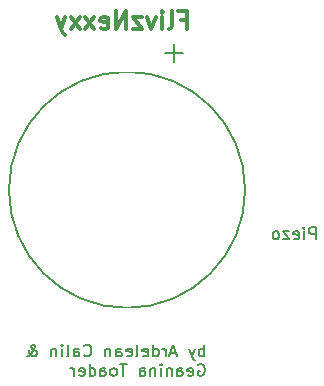
<source format=gbo>
G04 #@! TF.GenerationSoftware,KiCad,Pcbnew,5.1.10*
G04 #@! TF.CreationDate,2021-11-09T15:36:01+02:00*
G04 #@! TF.ProjectId,PlantBuddy,506c616e-7442-4756-9464-792e6b696361,rev?*
G04 #@! TF.SameCoordinates,Original*
G04 #@! TF.FileFunction,Legend,Bot*
G04 #@! TF.FilePolarity,Positive*
%FSLAX46Y46*%
G04 Gerber Fmt 4.6, Leading zero omitted, Abs format (unit mm)*
G04 Created by KiCad (PCBNEW 5.1.10) date 2021-11-09 15:36:01*
%MOMM*%
%LPD*%
G01*
G04 APERTURE LIST*
%ADD10C,0.150000*%
%ADD11C,0.300000*%
%ADD12C,0.200000*%
%ADD13O,2.100000X2.100000*%
%ADD14C,18.200000*%
G04 APERTURE END LIST*
D10*
X81652594Y-68541151D02*
X81652594Y-67541151D01*
X81271641Y-67541151D01*
X81176403Y-67588771D01*
X81128784Y-67636390D01*
X81081165Y-67731628D01*
X81081165Y-67874485D01*
X81128784Y-67969723D01*
X81176403Y-68017342D01*
X81271641Y-68064961D01*
X81652594Y-68064961D01*
X80652594Y-68541151D02*
X80652594Y-67874485D01*
X80652594Y-67541151D02*
X80700213Y-67588771D01*
X80652594Y-67636390D01*
X80604975Y-67588771D01*
X80652594Y-67541151D01*
X80652594Y-67636390D01*
X79795451Y-68493532D02*
X79890689Y-68541151D01*
X80081165Y-68541151D01*
X80176403Y-68493532D01*
X80224022Y-68398294D01*
X80224022Y-68017342D01*
X80176403Y-67922104D01*
X80081165Y-67874485D01*
X79890689Y-67874485D01*
X79795451Y-67922104D01*
X79747832Y-68017342D01*
X79747832Y-68112580D01*
X80224022Y-68207818D01*
X79414499Y-67874485D02*
X78890689Y-67874485D01*
X79414499Y-68541151D01*
X78890689Y-68541151D01*
X78366880Y-68541151D02*
X78462118Y-68493532D01*
X78509737Y-68445913D01*
X78557356Y-68350675D01*
X78557356Y-68064961D01*
X78509737Y-67969723D01*
X78462118Y-67922104D01*
X78366880Y-67874485D01*
X78224022Y-67874485D01*
X78128784Y-67922104D01*
X78081165Y-67969723D01*
X78033546Y-68064961D01*
X78033546Y-68350675D01*
X78081165Y-68445913D01*
X78128784Y-68493532D01*
X78224022Y-68541151D01*
X78366880Y-68541151D01*
X72241484Y-78460351D02*
X72241484Y-77460351D01*
X72241484Y-77841304D02*
X72146246Y-77793685D01*
X71955770Y-77793685D01*
X71860532Y-77841304D01*
X71812913Y-77888923D01*
X71765294Y-77984161D01*
X71765294Y-78269875D01*
X71812913Y-78365113D01*
X71860532Y-78412732D01*
X71955770Y-78460351D01*
X72146246Y-78460351D01*
X72241484Y-78412732D01*
X71431960Y-77793685D02*
X71193865Y-78460351D01*
X70955770Y-77793685D02*
X71193865Y-78460351D01*
X71289103Y-78698447D01*
X71336722Y-78746066D01*
X71431960Y-78793685D01*
X69860532Y-78174637D02*
X69384341Y-78174637D01*
X69955770Y-78460351D02*
X69622437Y-77460351D01*
X69289103Y-78460351D01*
X68955770Y-78460351D02*
X68955770Y-77793685D01*
X68955770Y-77984161D02*
X68908151Y-77888923D01*
X68860532Y-77841304D01*
X68765294Y-77793685D01*
X68670056Y-77793685D01*
X67908151Y-78460351D02*
X67908151Y-77460351D01*
X67908151Y-78412732D02*
X68003389Y-78460351D01*
X68193865Y-78460351D01*
X68289103Y-78412732D01*
X68336722Y-78365113D01*
X68384341Y-78269875D01*
X68384341Y-77984161D01*
X68336722Y-77888923D01*
X68289103Y-77841304D01*
X68193865Y-77793685D01*
X68003389Y-77793685D01*
X67908151Y-77841304D01*
X67051008Y-78412732D02*
X67146246Y-78460351D01*
X67336722Y-78460351D01*
X67431960Y-78412732D01*
X67479580Y-78317494D01*
X67479580Y-77936542D01*
X67431960Y-77841304D01*
X67336722Y-77793685D01*
X67146246Y-77793685D01*
X67051008Y-77841304D01*
X67003389Y-77936542D01*
X67003389Y-78031780D01*
X67479580Y-78127018D01*
X66431960Y-78460351D02*
X66527199Y-78412732D01*
X66574818Y-78317494D01*
X66574818Y-77460351D01*
X65670056Y-78412732D02*
X65765294Y-78460351D01*
X65955770Y-78460351D01*
X66051008Y-78412732D01*
X66098627Y-78317494D01*
X66098627Y-77936542D01*
X66051008Y-77841304D01*
X65955770Y-77793685D01*
X65765294Y-77793685D01*
X65670056Y-77841304D01*
X65622437Y-77936542D01*
X65622437Y-78031780D01*
X66098627Y-78127018D01*
X64765294Y-78460351D02*
X64765294Y-77936542D01*
X64812913Y-77841304D01*
X64908151Y-77793685D01*
X65098627Y-77793685D01*
X65193865Y-77841304D01*
X64765294Y-78412732D02*
X64860532Y-78460351D01*
X65098627Y-78460351D01*
X65193865Y-78412732D01*
X65241484Y-78317494D01*
X65241484Y-78222256D01*
X65193865Y-78127018D01*
X65098627Y-78079399D01*
X64860532Y-78079399D01*
X64765294Y-78031780D01*
X64289103Y-77793685D02*
X64289103Y-78460351D01*
X64289103Y-77888923D02*
X64241484Y-77841304D01*
X64146246Y-77793685D01*
X64003389Y-77793685D01*
X63908151Y-77841304D01*
X63860532Y-77936542D01*
X63860532Y-78460351D01*
X62051008Y-78365113D02*
X62098627Y-78412732D01*
X62241484Y-78460351D01*
X62336722Y-78460351D01*
X62479580Y-78412732D01*
X62574818Y-78317494D01*
X62622437Y-78222256D01*
X62670056Y-78031780D01*
X62670056Y-77888923D01*
X62622437Y-77698447D01*
X62574818Y-77603209D01*
X62479580Y-77507971D01*
X62336722Y-77460351D01*
X62241484Y-77460351D01*
X62098627Y-77507971D01*
X62051008Y-77555590D01*
X61193865Y-78460351D02*
X61193865Y-77936542D01*
X61241484Y-77841304D01*
X61336722Y-77793685D01*
X61527199Y-77793685D01*
X61622437Y-77841304D01*
X61193865Y-78412732D02*
X61289103Y-78460351D01*
X61527199Y-78460351D01*
X61622437Y-78412732D01*
X61670056Y-78317494D01*
X61670056Y-78222256D01*
X61622437Y-78127018D01*
X61527199Y-78079399D01*
X61289103Y-78079399D01*
X61193865Y-78031780D01*
X60574818Y-78460351D02*
X60670056Y-78412732D01*
X60717675Y-78317494D01*
X60717675Y-77460351D01*
X60193865Y-78460351D02*
X60193865Y-77793685D01*
X60193865Y-77460351D02*
X60241484Y-77507971D01*
X60193865Y-77555590D01*
X60146246Y-77507971D01*
X60193865Y-77460351D01*
X60193865Y-77555590D01*
X59717675Y-77793685D02*
X59717675Y-78460351D01*
X59717675Y-77888923D02*
X59670056Y-77841304D01*
X59574818Y-77793685D01*
X59431960Y-77793685D01*
X59336722Y-77841304D01*
X59289103Y-77936542D01*
X59289103Y-78460351D01*
X57241484Y-78460351D02*
X57289103Y-78460351D01*
X57384341Y-78412732D01*
X57527199Y-78269875D01*
X57765294Y-77984161D01*
X57860532Y-77841304D01*
X57908151Y-77698447D01*
X57908151Y-77603209D01*
X57860532Y-77507971D01*
X57765294Y-77460351D01*
X57717675Y-77460351D01*
X57622437Y-77507971D01*
X57574818Y-77603209D01*
X57574818Y-77650828D01*
X57622437Y-77746066D01*
X57670056Y-77793685D01*
X57955770Y-77984161D01*
X58003389Y-78031780D01*
X58051008Y-78127018D01*
X58051008Y-78269875D01*
X58003389Y-78365113D01*
X57955770Y-78412732D01*
X57860532Y-78460351D01*
X57717675Y-78460351D01*
X57622437Y-78412732D01*
X57574818Y-78365113D01*
X57431960Y-78174637D01*
X57384341Y-78031780D01*
X57384341Y-77936542D01*
X71717675Y-79157971D02*
X71812913Y-79110351D01*
X71955770Y-79110351D01*
X72098627Y-79157971D01*
X72193865Y-79253209D01*
X72241484Y-79348447D01*
X72289103Y-79538923D01*
X72289103Y-79681780D01*
X72241484Y-79872256D01*
X72193865Y-79967494D01*
X72098627Y-80062732D01*
X71955770Y-80110351D01*
X71860532Y-80110351D01*
X71717675Y-80062732D01*
X71670056Y-80015113D01*
X71670056Y-79681780D01*
X71860532Y-79681780D01*
X70860532Y-80062732D02*
X70955770Y-80110351D01*
X71146246Y-80110351D01*
X71241484Y-80062732D01*
X71289103Y-79967494D01*
X71289103Y-79586542D01*
X71241484Y-79491304D01*
X71146246Y-79443685D01*
X70955770Y-79443685D01*
X70860532Y-79491304D01*
X70812913Y-79586542D01*
X70812913Y-79681780D01*
X71289103Y-79777018D01*
X69955770Y-80110351D02*
X69955770Y-79586542D01*
X70003389Y-79491304D01*
X70098627Y-79443685D01*
X70289103Y-79443685D01*
X70384341Y-79491304D01*
X69955770Y-80062732D02*
X70051008Y-80110351D01*
X70289103Y-80110351D01*
X70384341Y-80062732D01*
X70431960Y-79967494D01*
X70431960Y-79872256D01*
X70384341Y-79777018D01*
X70289103Y-79729399D01*
X70051008Y-79729399D01*
X69955770Y-79681780D01*
X69479580Y-79443685D02*
X69479580Y-80110351D01*
X69479580Y-79538923D02*
X69431960Y-79491304D01*
X69336722Y-79443685D01*
X69193865Y-79443685D01*
X69098627Y-79491304D01*
X69051008Y-79586542D01*
X69051008Y-80110351D01*
X68574818Y-80110351D02*
X68574818Y-79443685D01*
X68574818Y-79110351D02*
X68622437Y-79157971D01*
X68574818Y-79205590D01*
X68527199Y-79157971D01*
X68574818Y-79110351D01*
X68574818Y-79205590D01*
X68098627Y-79443685D02*
X68098627Y-80110351D01*
X68098627Y-79538923D02*
X68051008Y-79491304D01*
X67955770Y-79443685D01*
X67812913Y-79443685D01*
X67717675Y-79491304D01*
X67670056Y-79586542D01*
X67670056Y-80110351D01*
X66765294Y-80110351D02*
X66765294Y-79586542D01*
X66812913Y-79491304D01*
X66908151Y-79443685D01*
X67098627Y-79443685D01*
X67193865Y-79491304D01*
X66765294Y-80062732D02*
X66860532Y-80110351D01*
X67098627Y-80110351D01*
X67193865Y-80062732D01*
X67241484Y-79967494D01*
X67241484Y-79872256D01*
X67193865Y-79777018D01*
X67098627Y-79729399D01*
X66860532Y-79729399D01*
X66765294Y-79681780D01*
X65670056Y-79110351D02*
X65098627Y-79110351D01*
X65384341Y-80110351D02*
X65384341Y-79110351D01*
X64622437Y-80110351D02*
X64717675Y-80062732D01*
X64765294Y-80015113D01*
X64812913Y-79919875D01*
X64812913Y-79634161D01*
X64765294Y-79538923D01*
X64717675Y-79491304D01*
X64622437Y-79443685D01*
X64479580Y-79443685D01*
X64384341Y-79491304D01*
X64336722Y-79538923D01*
X64289103Y-79634161D01*
X64289103Y-79919875D01*
X64336722Y-80015113D01*
X64384341Y-80062732D01*
X64479580Y-80110351D01*
X64622437Y-80110351D01*
X63431960Y-80110351D02*
X63431960Y-79586542D01*
X63479580Y-79491304D01*
X63574818Y-79443685D01*
X63765294Y-79443685D01*
X63860532Y-79491304D01*
X63431960Y-80062732D02*
X63527199Y-80110351D01*
X63765294Y-80110351D01*
X63860532Y-80062732D01*
X63908151Y-79967494D01*
X63908151Y-79872256D01*
X63860532Y-79777018D01*
X63765294Y-79729399D01*
X63527199Y-79729399D01*
X63431960Y-79681780D01*
X62527199Y-80110351D02*
X62527199Y-79110351D01*
X62527199Y-80062732D02*
X62622437Y-80110351D01*
X62812913Y-80110351D01*
X62908151Y-80062732D01*
X62955770Y-80015113D01*
X63003389Y-79919875D01*
X63003389Y-79634161D01*
X62955770Y-79538923D01*
X62908151Y-79491304D01*
X62812913Y-79443685D01*
X62622437Y-79443685D01*
X62527199Y-79491304D01*
X61670056Y-80062732D02*
X61765294Y-80110351D01*
X61955770Y-80110351D01*
X62051008Y-80062732D01*
X62098627Y-79967494D01*
X62098627Y-79586542D01*
X62051008Y-79491304D01*
X61955770Y-79443685D01*
X61765294Y-79443685D01*
X61670056Y-79491304D01*
X61622437Y-79586542D01*
X61622437Y-79681780D01*
X62098627Y-79777018D01*
X61193865Y-80110351D02*
X61193865Y-79443685D01*
X61193865Y-79634161D02*
X61146246Y-79538923D01*
X61098627Y-79491304D01*
X61003389Y-79443685D01*
X60908151Y-79443685D01*
D11*
X70267171Y-49945657D02*
X70767171Y-49945657D01*
X70767171Y-50731371D02*
X70767171Y-49231371D01*
X70052885Y-49231371D01*
X69267171Y-50731371D02*
X69410028Y-50659942D01*
X69481457Y-50517085D01*
X69481457Y-49231371D01*
X68695742Y-50731371D02*
X68695742Y-49731371D01*
X68695742Y-49231371D02*
X68767171Y-49302800D01*
X68695742Y-49374228D01*
X68624314Y-49302800D01*
X68695742Y-49231371D01*
X68695742Y-49374228D01*
X68124314Y-49731371D02*
X67767171Y-50731371D01*
X67410028Y-49731371D01*
X66981457Y-49731371D02*
X66195742Y-49731371D01*
X66981457Y-50731371D01*
X66195742Y-50731371D01*
X65624314Y-50731371D02*
X65624314Y-49231371D01*
X64767171Y-50731371D01*
X64767171Y-49231371D01*
X63481457Y-50659942D02*
X63624314Y-50731371D01*
X63910028Y-50731371D01*
X64052885Y-50659942D01*
X64124314Y-50517085D01*
X64124314Y-49945657D01*
X64052885Y-49802800D01*
X63910028Y-49731371D01*
X63624314Y-49731371D01*
X63481457Y-49802800D01*
X63410028Y-49945657D01*
X63410028Y-50088514D01*
X64124314Y-50231371D01*
X62910028Y-50731371D02*
X62124314Y-49731371D01*
X62910028Y-49731371D02*
X62124314Y-50731371D01*
X61695742Y-50731371D02*
X60910028Y-49731371D01*
X61695742Y-49731371D02*
X60910028Y-50731371D01*
X60481457Y-49731371D02*
X60124314Y-50731371D01*
X59767171Y-49731371D02*
X60124314Y-50731371D01*
X60267171Y-51088514D01*
X60338600Y-51159942D01*
X60481457Y-51231371D01*
D12*
X75694200Y-64353000D02*
G75*
G03*
X75694200Y-64353000I-10000000J0D01*
G01*
X69671937Y-51985266D02*
X69671937Y-53509075D01*
X70433841Y-52747171D02*
X68910032Y-52747171D01*
%LPC*%
D13*
X79892280Y-62856371D03*
G36*
G01*
X80942280Y-64546371D02*
X80942280Y-66246371D01*
G75*
G02*
X80742280Y-66446371I-200000J0D01*
G01*
X79042280Y-66446371D01*
G75*
G02*
X78842280Y-66246371I0J200000D01*
G01*
X78842280Y-64546371D01*
G75*
G02*
X79042280Y-64346371I200000J0D01*
G01*
X80742280Y-64346371D01*
G75*
G02*
X80942280Y-64546371I0J-200000D01*
G01*
G37*
G36*
G01*
X68244200Y-77253000D02*
X63144200Y-77253000D01*
G75*
G02*
X62944200Y-77053000I0J200000D01*
G01*
X62944200Y-74553000D01*
G75*
G02*
X63144200Y-74353000I200000J0D01*
G01*
X68244200Y-74353000D01*
G75*
G02*
X68444200Y-74553000I0J-200000D01*
G01*
X68444200Y-77053000D01*
G75*
G02*
X68244200Y-77253000I-200000J0D01*
G01*
G37*
D14*
X65694200Y-64353000D03*
G36*
G01*
X68244200Y-54353000D02*
X63144200Y-54353000D01*
G75*
G02*
X62944200Y-54153000I0J200000D01*
G01*
X62944200Y-51653000D01*
G75*
G02*
X63144200Y-51453000I200000J0D01*
G01*
X68244200Y-51453000D01*
G75*
G02*
X68444200Y-51653000I0J-200000D01*
G01*
X68444200Y-54153000D01*
G75*
G02*
X68244200Y-54353000I-200000J0D01*
G01*
G37*
M02*

</source>
